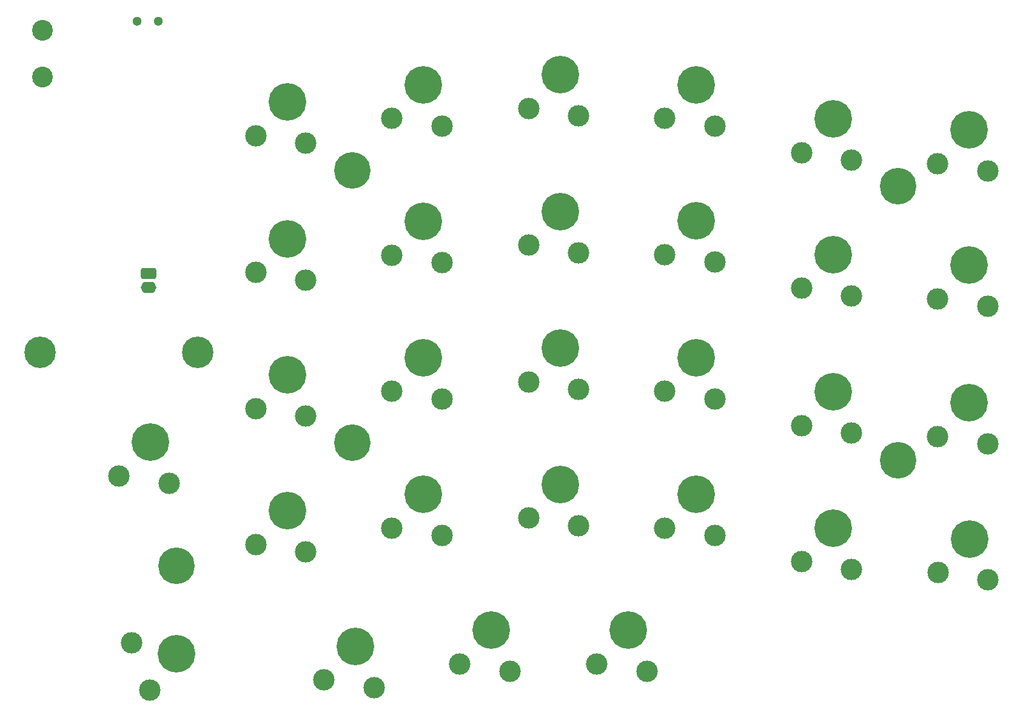
<source format=gts>
G04 #@! TF.GenerationSoftware,KiCad,Pcbnew,7.0.10*
G04 #@! TF.CreationDate,2024-03-21T01:04:01+01:00*
G04 #@! TF.ProjectId,allium58,616c6c69-756d-4353-982e-6b696361645f,rev?*
G04 #@! TF.SameCoordinates,Original*
G04 #@! TF.FileFunction,Soldermask,Top*
G04 #@! TF.FilePolarity,Negative*
%FSLAX46Y46*%
G04 Gerber Fmt 4.6, Leading zero omitted, Abs format (unit mm)*
G04 Created by KiCad (PCBNEW 7.0.10) date 2024-03-21 01:04:01*
%MOMM*%
%LPD*%
G01*
G04 APERTURE LIST*
G04 Aperture macros list*
%AMRoundRect*
0 Rectangle with rounded corners*
0 $1 Rounding radius*
0 $2 $3 $4 $5 $6 $7 $8 $9 X,Y pos of 4 corners*
0 Add a 4 corners polygon primitive as box body*
4,1,4,$2,$3,$4,$5,$6,$7,$8,$9,$2,$3,0*
0 Add four circle primitives for the rounded corners*
1,1,$1+$1,$2,$3*
1,1,$1+$1,$4,$5*
1,1,$1+$1,$6,$7*
1,1,$1+$1,$8,$9*
0 Add four rect primitives between the rounded corners*
20,1,$1+$1,$2,$3,$4,$5,0*
20,1,$1+$1,$4,$5,$6,$7,0*
20,1,$1+$1,$6,$7,$8,$9,0*
20,1,$1+$1,$8,$9,$2,$3,0*%
G04 Aperture macros list end*
%ADD10C,5.100000*%
%ADD11C,2.900000*%
%ADD12C,3.000000*%
%ADD13C,5.250000*%
%ADD14C,4.400000*%
%ADD15O,2.150000X1.600000*%
%ADD16RoundRect,0.333333X-0.741667X0.466667X-0.741667X-0.466667X0.741667X-0.466667X0.741667X0.466667X0*%
%ADD17C,1.300000*%
G04 APERTURE END LIST*
D10*
X129600000Y-59600000D03*
X205800000Y-61800000D03*
X129600000Y-97600000D03*
X205800000Y-100000000D03*
X105000000Y-114800000D03*
D11*
X86360000Y-46505000D03*
X86360000Y-40005000D03*
D12*
X116100000Y-54700000D03*
D13*
X120500000Y-50000000D03*
D12*
X123100000Y-55750000D03*
X135100000Y-52300000D03*
D13*
X139500000Y-47600000D03*
D12*
X142100000Y-53350000D03*
X154200000Y-50910000D03*
D13*
X158600000Y-46210000D03*
D12*
X161200000Y-51960000D03*
X173200000Y-52300000D03*
D13*
X177600000Y-47600000D03*
D12*
X180200000Y-53350000D03*
X192300000Y-57100000D03*
D13*
X196700000Y-52400000D03*
D12*
X199300000Y-58150000D03*
X211300000Y-58600000D03*
D13*
X215700000Y-53900000D03*
D12*
X218300000Y-59650000D03*
X116100000Y-73800000D03*
D13*
X120500000Y-69100000D03*
D12*
X123100000Y-74850000D03*
X135100000Y-71400000D03*
D13*
X139500000Y-66700000D03*
D12*
X142100000Y-72450000D03*
X154200000Y-70000000D03*
D13*
X158600000Y-65300000D03*
D12*
X161200000Y-71050000D03*
X173200000Y-71300000D03*
D13*
X177600000Y-66600000D03*
D12*
X180200000Y-72350000D03*
X192300000Y-76000000D03*
D13*
X196700000Y-71300000D03*
D12*
X199300000Y-77050000D03*
X211300000Y-77500000D03*
D13*
X215700000Y-72800000D03*
D12*
X218300000Y-78550000D03*
X116100000Y-92800000D03*
D13*
X120500000Y-88100000D03*
D12*
X123100000Y-93850000D03*
X135100000Y-90400000D03*
D13*
X139500000Y-85700000D03*
D12*
X142100000Y-91450000D03*
X154200000Y-89100000D03*
D13*
X158600000Y-84400000D03*
D12*
X161200000Y-90150000D03*
X173200000Y-90400000D03*
D13*
X177600000Y-85700000D03*
D12*
X180200000Y-91450000D03*
X192300000Y-95200000D03*
D13*
X196700000Y-90500000D03*
D12*
X199300000Y-96250000D03*
X211300000Y-96700000D03*
D13*
X215700000Y-92000000D03*
D12*
X218300000Y-97750000D03*
X116100000Y-111800000D03*
D13*
X120500000Y-107100000D03*
D12*
X123100000Y-112850000D03*
X135100000Y-109500000D03*
D13*
X139500000Y-104800000D03*
D12*
X142100000Y-110550000D03*
X154200000Y-108100000D03*
D13*
X158600000Y-103400000D03*
D12*
X161200000Y-109150000D03*
X173200000Y-109500000D03*
D13*
X177600000Y-104800000D03*
D12*
X180200000Y-110550000D03*
X192300000Y-114200000D03*
D13*
X196700000Y-109500000D03*
D12*
X199300000Y-115250000D03*
X211350000Y-115700000D03*
D13*
X215750000Y-111000000D03*
D12*
X218350000Y-116750000D03*
X97000000Y-102200000D03*
D13*
X101400000Y-97500000D03*
D12*
X104000000Y-103250000D03*
X98729681Y-125539488D03*
D13*
X105000000Y-127000000D03*
D12*
X101320354Y-132126666D03*
X125600000Y-130700000D03*
D13*
X130000000Y-126000000D03*
D12*
X132600000Y-131750000D03*
X144600000Y-128450000D03*
D13*
X149000000Y-123750000D03*
D12*
X151600000Y-129500000D03*
X163700000Y-128450000D03*
D13*
X168100000Y-123750000D03*
D12*
X170700000Y-129500000D03*
D14*
X86000000Y-85000000D03*
X108000000Y-85000000D03*
D15*
X101179800Y-75930000D03*
D16*
X101179800Y-73930000D03*
D17*
X99500000Y-38753000D03*
X102500000Y-38753000D03*
M02*

</source>
